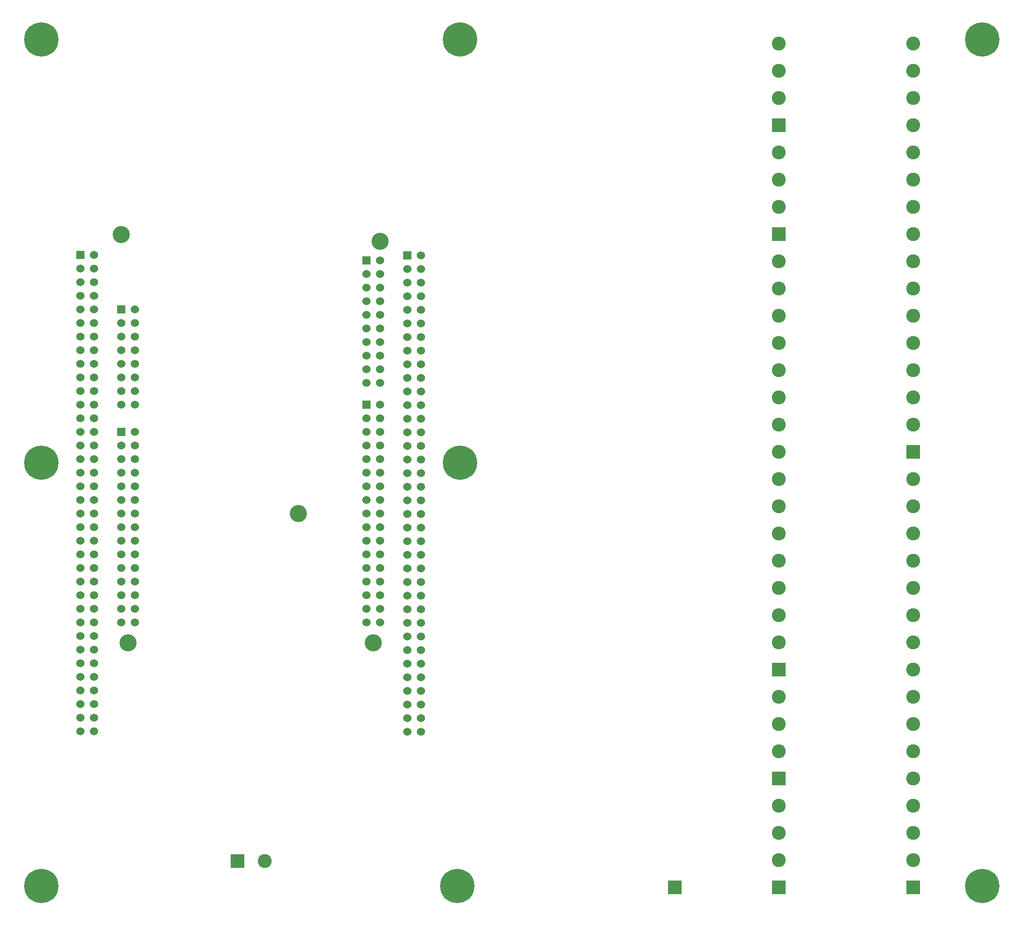
<source format=gbr>
%TF.GenerationSoftware,KiCad,Pcbnew,(5.99.0-10483-ga6ad7a4a70)*%
%TF.CreationDate,2021-07-29T00:24:03+03:00*%
%TF.ProjectId,digital_inputs,64696769-7461-46c5-9f69-6e707574732e,rev?*%
%TF.SameCoordinates,Original*%
%TF.FileFunction,Soldermask,Bot*%
%TF.FilePolarity,Negative*%
%FSLAX46Y46*%
G04 Gerber Fmt 4.6, Leading zero omitted, Abs format (unit mm)*
G04 Created by KiCad (PCBNEW (5.99.0-10483-ga6ad7a4a70)) date 2021-07-29 00:24:03*
%MOMM*%
%LPD*%
G01*
G04 APERTURE LIST*
%ADD10R,2.550000X2.550000*%
%ADD11C,0.800000*%
%ADD12C,6.400000*%
%ADD13R,2.600000X2.600000*%
%ADD14C,2.600000*%
%ADD15R,1.530000X1.530000*%
%ADD16C,1.530000*%
%ADD17C,3.200000*%
G04 APERTURE END LIST*
D10*
%TO.C,J4*%
X248580000Y-208780000D03*
%TD*%
D11*
%TO.C,J12*%
X208000000Y-206100000D03*
X206302944Y-206802944D03*
X205600000Y-208500000D03*
X206302944Y-210197056D03*
D12*
X208000000Y-208500000D03*
D11*
X209697056Y-210197056D03*
X209697056Y-206802944D03*
X210400000Y-208500000D03*
X208000000Y-210900000D03*
%TD*%
D13*
%TO.C,J6*%
X267925000Y-188459999D03*
D14*
X267925000Y-183379999D03*
X267925000Y-178299999D03*
X267925000Y-173219999D03*
%TD*%
D13*
%TO.C,J5*%
X167005000Y-203835000D03*
D14*
X172085000Y-203835000D03*
%TD*%
D11*
%TO.C,J10*%
X206100000Y-129500000D03*
X210900000Y-129500000D03*
X210197056Y-131197056D03*
X208500000Y-131900000D03*
X206802944Y-131197056D03*
D12*
X208500000Y-129500000D03*
D11*
X206802944Y-127802944D03*
X210197056Y-127802944D03*
X208500000Y-127100000D03*
%TD*%
D13*
%TO.C,J7*%
X267925000Y-86860000D03*
D14*
X267925000Y-81780000D03*
X267925000Y-76700000D03*
X267925000Y-71620000D03*
%TD*%
D13*
%TO.C,J8*%
X267925000Y-66540000D03*
D14*
X267925000Y-61460000D03*
X267925000Y-56380000D03*
X267925000Y-51300000D03*
%TD*%
D13*
%TO.C,J3*%
X293020000Y-208780000D03*
D14*
X293020000Y-203700000D03*
X293020000Y-198620000D03*
X293020000Y-193540000D03*
X293020000Y-188460000D03*
X293020000Y-183380000D03*
X293020000Y-178300000D03*
X293020000Y-173220000D03*
X293020000Y-168140000D03*
X293020000Y-163060000D03*
X293020000Y-157980000D03*
X293020000Y-152900000D03*
X293020000Y-147820000D03*
X293020000Y-142740000D03*
X293020000Y-137660000D03*
X293020000Y-132580000D03*
%TD*%
D11*
%TO.C,J16*%
X305914214Y-206100000D03*
D12*
X305914214Y-208500000D03*
D11*
X308314214Y-208500000D03*
X304217158Y-210197056D03*
X307611270Y-206802944D03*
X305914214Y-210900000D03*
X303514214Y-208500000D03*
X304217158Y-206802944D03*
X307611270Y-210197056D03*
%TD*%
%TO.C,J11*%
X304217158Y-52197056D03*
X305914214Y-48100000D03*
X308314214Y-50500000D03*
D12*
X305914214Y-50500000D03*
D11*
X304217158Y-48802944D03*
X305914214Y-52900000D03*
X307611270Y-48802944D03*
X307611270Y-52197056D03*
X303514214Y-50500000D03*
%TD*%
D15*
%TO.C,U11*%
X191090000Y-91816000D03*
D16*
X193630000Y-91816000D03*
X191090000Y-94356000D03*
X193630000Y-94356000D03*
X191090000Y-96896000D03*
X193630000Y-96896000D03*
X191090000Y-99436000D03*
X193630000Y-99436000D03*
X191090000Y-101976000D03*
X193630000Y-101976000D03*
X191090000Y-104516000D03*
X193630000Y-104516000D03*
X191090000Y-107056000D03*
X193630000Y-107056000D03*
X191090000Y-109596000D03*
X193630000Y-109596000D03*
X191090000Y-112136000D03*
X193630000Y-112136000D03*
X191090000Y-114676000D03*
X193630000Y-114676000D03*
D15*
X145370000Y-100960000D03*
D16*
X147910000Y-100960000D03*
X145370000Y-103500000D03*
X147910000Y-103500000D03*
X145370000Y-106040000D03*
X147910000Y-106040000D03*
X145370000Y-108580000D03*
X147910000Y-108580000D03*
X145370000Y-111120000D03*
X147910000Y-111120000D03*
X145370000Y-113660000D03*
X147910000Y-113660000D03*
X145370000Y-116200000D03*
X147910000Y-116200000D03*
X145370000Y-118740000D03*
X147910000Y-118740000D03*
D15*
X145370000Y-123820000D03*
D16*
X147910000Y-123820000D03*
X145370000Y-126360000D03*
X147910000Y-126360000D03*
X145370000Y-128900000D03*
X147910000Y-128900000D03*
X145370000Y-131440000D03*
X147910000Y-131440000D03*
X145370000Y-133980000D03*
X147910000Y-133980000D03*
X145370000Y-136520000D03*
X147910000Y-136520000D03*
X145370000Y-139060000D03*
X147910000Y-139060000D03*
X145370000Y-141600000D03*
X147910000Y-141600000D03*
X145370000Y-144140000D03*
X147910000Y-144140000D03*
X145370000Y-146680000D03*
X147910000Y-146680000D03*
X145370000Y-149220000D03*
X147910000Y-149220000D03*
X145370000Y-151760000D03*
X147910000Y-151760000D03*
X145370000Y-154300000D03*
X147910000Y-154300000D03*
X145370000Y-156840000D03*
X147910000Y-156840000D03*
X145370000Y-159380000D03*
X147910000Y-159380000D03*
D15*
X191090000Y-118740000D03*
D16*
X193630000Y-118740000D03*
X191090000Y-121280000D03*
X193630000Y-121280000D03*
X191090000Y-123820000D03*
X193630000Y-123820000D03*
X191090000Y-126360000D03*
X193630000Y-126360000D03*
X191090000Y-128900000D03*
X193630000Y-128900000D03*
X191090000Y-131440000D03*
X193630000Y-131440000D03*
X191090000Y-133980000D03*
X193630000Y-133980000D03*
X191090000Y-136520000D03*
X193630000Y-136520000D03*
X191090000Y-139060000D03*
X193630000Y-139060000D03*
X191090000Y-141600000D03*
X193630000Y-141600000D03*
X191090000Y-144140000D03*
X193630000Y-144140000D03*
X191090000Y-146680000D03*
X193630000Y-146680000D03*
X191090000Y-149220000D03*
X193630000Y-149220000D03*
X191090000Y-151760000D03*
X193630000Y-151760000D03*
X191090000Y-154300000D03*
X193630000Y-154300000D03*
X191090000Y-156840000D03*
X193630000Y-156840000D03*
X191090000Y-159380000D03*
X193630000Y-159380000D03*
D15*
X137750000Y-90800000D03*
D16*
X140290000Y-90800000D03*
X137750000Y-93340000D03*
X140290000Y-93340000D03*
X137750000Y-95880000D03*
X140290000Y-95880000D03*
X137750000Y-98420000D03*
X140290000Y-98420000D03*
X137750000Y-100960000D03*
X140290000Y-100960000D03*
X137750000Y-103500000D03*
X140290000Y-103500000D03*
X137750000Y-106040000D03*
X140290000Y-106040000D03*
X137750000Y-108580000D03*
X140290000Y-108580000D03*
X137750000Y-111120000D03*
X140290000Y-111120000D03*
X137750000Y-113660000D03*
X140290000Y-113660000D03*
X137750000Y-116200000D03*
X140290000Y-116200000D03*
X137750000Y-118740000D03*
X140290000Y-118740000D03*
X137750000Y-121280000D03*
X140290000Y-121280000D03*
X137750000Y-123820000D03*
X140290000Y-123820000D03*
X137750000Y-126360000D03*
X140290000Y-126360000D03*
X137750000Y-128900000D03*
X140290000Y-128900000D03*
X137750000Y-131440000D03*
X140290000Y-131440000D03*
X137750000Y-133980000D03*
X140290000Y-133980000D03*
X137750000Y-136520000D03*
X140290000Y-136520000D03*
X137750000Y-139060000D03*
X140290000Y-139060000D03*
X137750000Y-141600000D03*
X140290000Y-141600000D03*
X137750000Y-144140000D03*
X140290000Y-144140000D03*
X137750000Y-146680000D03*
X140290000Y-146680000D03*
X137750000Y-149220000D03*
X140290000Y-149220000D03*
X137750000Y-151760000D03*
X140290000Y-151760000D03*
X137750000Y-154300000D03*
X140290000Y-154300000D03*
X137750000Y-156840000D03*
X140290000Y-156840000D03*
X137750000Y-159380000D03*
X140290000Y-159380000D03*
X137750000Y-161920000D03*
X140290000Y-161920000D03*
X137750000Y-164460000D03*
X140290000Y-164460000D03*
X137750000Y-167000000D03*
X140290000Y-167000000D03*
X137750000Y-169540000D03*
X140290000Y-169540000D03*
X137750000Y-172080000D03*
X140290000Y-172080000D03*
X137750000Y-174620000D03*
X140290000Y-174620000D03*
X137750000Y-177160000D03*
X140290000Y-177160000D03*
X137750000Y-179700000D03*
X140290000Y-179700000D03*
D15*
X198710000Y-90820000D03*
D16*
X201250000Y-90820000D03*
X198710000Y-93360000D03*
X201250000Y-93360000D03*
X198710000Y-95900000D03*
X201250000Y-95900000D03*
X198710000Y-98440000D03*
X201250000Y-98440000D03*
X198710000Y-100980000D03*
X201250000Y-100980000D03*
X198710000Y-103520000D03*
X201250000Y-103520000D03*
X198710000Y-106060000D03*
X201250000Y-106060000D03*
X198710000Y-108600000D03*
X201250000Y-108600000D03*
X198710000Y-111140000D03*
X201250000Y-111140000D03*
X198710000Y-113680000D03*
X201250000Y-113680000D03*
X198710000Y-116220000D03*
X201250000Y-116220000D03*
X198710000Y-118760000D03*
X201250000Y-118760000D03*
X198710000Y-121300000D03*
X201250000Y-121300000D03*
X198710000Y-123840000D03*
X201250000Y-123840000D03*
X198710000Y-126380000D03*
X201250000Y-126380000D03*
X198710000Y-128920000D03*
X201250000Y-128920000D03*
X198710000Y-131460000D03*
X201250000Y-131460000D03*
X198710000Y-134000000D03*
X201250000Y-134000000D03*
X198710000Y-136540000D03*
X201250000Y-136540000D03*
X198710000Y-139080000D03*
X201250000Y-139080000D03*
X198710000Y-141620000D03*
X201250000Y-141620000D03*
X198710000Y-144160000D03*
X201250000Y-144160000D03*
X198710000Y-146700000D03*
X201250000Y-146700000D03*
X198710000Y-149240000D03*
X201250000Y-149240000D03*
X198710000Y-151780000D03*
X201250000Y-151780000D03*
X198710000Y-154320000D03*
X201250000Y-154320000D03*
X198710000Y-156860000D03*
X201250000Y-156860000D03*
X198710000Y-159400000D03*
X201250000Y-159400000D03*
X198710000Y-161940000D03*
X201250000Y-161940000D03*
X198710000Y-164480000D03*
X201250000Y-164480000D03*
X198710000Y-167020000D03*
X201250000Y-167020000D03*
X198710000Y-169560000D03*
X201250000Y-169560000D03*
X198710000Y-172100000D03*
X201250000Y-172100000D03*
X198710000Y-174640000D03*
X201250000Y-174640000D03*
X198710000Y-177180000D03*
X201250000Y-177180000D03*
X198710000Y-179720000D03*
X201250000Y-179720000D03*
D17*
X192360000Y-163190000D03*
X178390000Y-139060000D03*
X145370000Y-86990000D03*
X146640000Y-163190000D03*
X193630000Y-88260000D03*
%TD*%
D13*
%TO.C,J1*%
X293020000Y-127500000D03*
D14*
X293020000Y-122420000D03*
X293020000Y-117340000D03*
X293020000Y-112260000D03*
X293020000Y-107180000D03*
X293020000Y-102100000D03*
X293020000Y-97020000D03*
X293020000Y-91940000D03*
X293020000Y-86860000D03*
X293020000Y-81780000D03*
X293020000Y-76700000D03*
X293020000Y-71620000D03*
X293020000Y-66540000D03*
X293020000Y-61460000D03*
X293020000Y-56380000D03*
X293020000Y-51300000D03*
%TD*%
D13*
%TO.C,J2*%
X267925000Y-168140000D03*
D14*
X267925000Y-163060000D03*
X267925000Y-157980000D03*
X267925000Y-152900000D03*
X267925000Y-147820000D03*
X267925000Y-142740000D03*
X267925000Y-137660000D03*
X267925000Y-132580000D03*
X267925000Y-127500000D03*
X267925000Y-122420000D03*
X267925000Y-117340000D03*
X267925000Y-112260000D03*
X267925000Y-107180000D03*
X267925000Y-102100000D03*
X267925000Y-97020000D03*
X267925000Y-91940000D03*
%TD*%
D11*
%TO.C,J13*%
X128802944Y-48802944D03*
X128802944Y-52197056D03*
X132197056Y-52197056D03*
X130500000Y-48100000D03*
X128100000Y-50500000D03*
X130500000Y-52900000D03*
X132900000Y-50500000D03*
D12*
X130500000Y-50500000D03*
D11*
X132197056Y-48802944D03*
%TD*%
%TO.C,J14*%
X208500000Y-52900000D03*
X208500000Y-48100000D03*
X206100000Y-50500000D03*
X210197056Y-52197056D03*
X210197056Y-48802944D03*
X206802944Y-48802944D03*
X210900000Y-50500000D03*
D12*
X208500000Y-50500000D03*
D11*
X206802944Y-52197056D03*
%TD*%
%TO.C,J17*%
X130500000Y-206100000D03*
X130500000Y-210900000D03*
X132900000Y-208500000D03*
D12*
X130500000Y-208500000D03*
D11*
X128100000Y-208500000D03*
X128802944Y-206802944D03*
X132197056Y-206802944D03*
X132197056Y-210197056D03*
X128802944Y-210197056D03*
%TD*%
%TO.C,J15*%
X128802944Y-131197056D03*
X128802944Y-127802944D03*
D12*
X130500000Y-129500000D03*
D11*
X132197056Y-127802944D03*
X128100000Y-129500000D03*
X132197056Y-131197056D03*
X130500000Y-127100000D03*
X130500000Y-131900000D03*
X132900000Y-129500000D03*
%TD*%
D13*
%TO.C,J9*%
X267925000Y-208780000D03*
D14*
X267925000Y-203700000D03*
X267925000Y-198620000D03*
X267925000Y-193540000D03*
%TD*%
M02*

</source>
